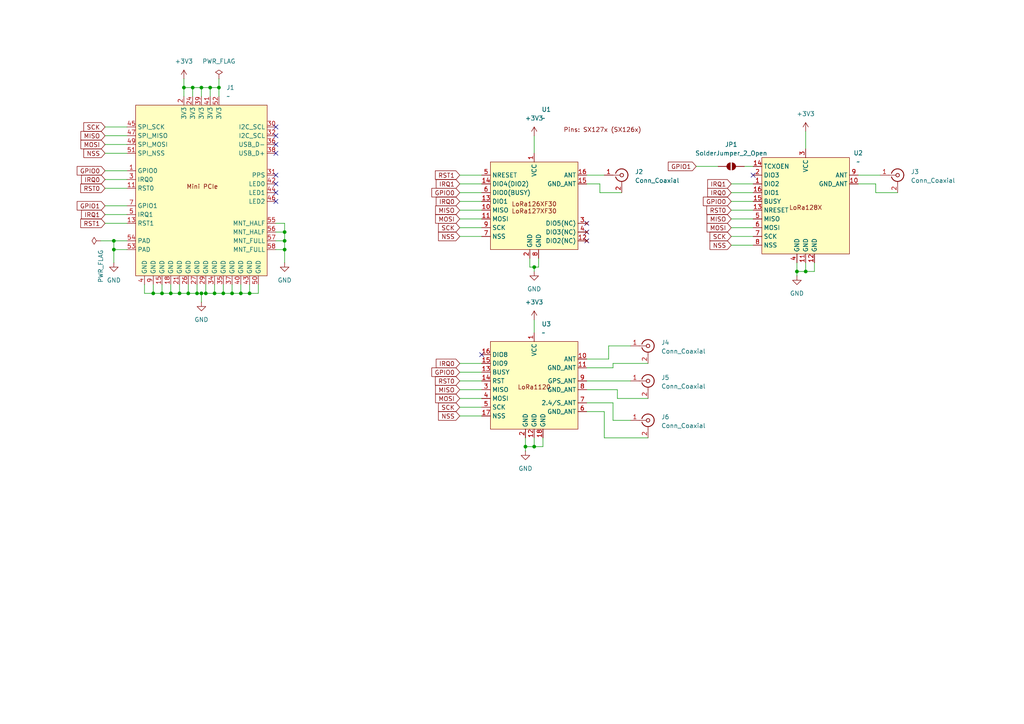
<source format=kicad_sch>
(kicad_sch (version 20250114) (generator "eeschema") (generator_version "9.0")
  (paper "A4")
  (lib_symbols
    (symbol "Connector:Conn_Coaxial" (pin_names (offset 1.016) (hide yes))
      (property "Reference" "J" (at 0.254 3.048 0))
      (property "Value" "Conn_Coaxial" (at 2.921 0 90))
      (symbol "Conn_Coaxial_0_1"
        (polyline (pts (xy -2.54 0) (xy -0.508 0)))
        (arc (start 1.778 0) (mid 0.222 -1.8079) (end -1.778 -0.508) (stroke (width 0.254)))
        (arc (start -1.778 0.508) (mid 0.2221 1.8084) (end 1.778 0) (stroke (width 0.254)))
        (circle (center 0 0) (radius 0.508) (stroke (width 0.2032)))
        (polyline (pts (xy 0 -2.54) (xy 0 -1.778)))
      )
      (symbol "Conn_Coaxial_1_1"
        (pin passive line (at -5.08 0 0) (length 2.54) (name "In") (number "1"))
        (pin passive line (at 0 -5.08 90) (length 2.54) (name "Ext") (number "2"))
      )
    )
    (symbol "Jumper:SolderJumper_2_Open" (pin_numbers (hide yes)) (pin_names (offset 0) (hide yes)) (in_bom no)
      (property "Reference" "JP" (at 0 2.032 0))
      (property "Value" "SolderJumper_2_Open" (at 0 -2.54 0))
      (symbol "SolderJumper_2_Open_0_1"
        (polyline (pts (xy -0.254 1.016) (xy -0.254 -1.016)))
        (arc (start -0.254 -1.016) (mid -1.2656 0) (end -0.254 1.016))
        (arc (start -0.254 -1.016) (mid -1.2656 0) (end -0.254 1.016) (fill (type outline)))
        (arc (start 0.254 1.016) (mid 1.2656 0) (end 0.254 -1.016))
        (arc (start 0.254 1.016) (mid 1.2656 0) (end 0.254 -1.016) (fill (type outline)))
        (polyline (pts (xy 0.254 1.016) (xy 0.254 -1.016)))
      )
      (symbol "SolderJumper_2_Open_1_1"
        (pin passive line (at -3.81 0 0) (length 2.54) (name "A") (number "1"))
        (pin passive line (at 3.81 0 180) (length 2.54) (name "B") (number "2"))
      )
    )
    (symbol "RadioHAT:LoRa1120"
      (property "Reference" "U" (at 0 2.032 0))
      (symbol "LoRa1120_1_1"
        (rectangle (start -12.7 12.7) (end 12.7 -12.7) (fill (type background)))
        (text "LoRa1120" (at 0 -0.508 0) (effects (font (size 1.27 1.27))))
        (pin bidirectional line (at -15.24 8.89 0) (length 2.54) (name "DIO8") (number "16"))
        (pin bidirectional line (at -15.24 6.35 0) (length 2.54) (name "DIO9") (number "15"))
        (pin tri_state line (at -15.24 3.81 0) (length 2.54) (name "BUSY") (number "13"))
        (pin input line (at -15.24 1.27 0) (length 2.54) (name "RST") (number "14"))
        (pin tri_state line (at -15.24 -1.27 0) (length 2.54) (name "MISO") (number "3"))
        (pin input line (at -15.24 -3.81 0) (length 2.54) (name "MOSI") (number "4"))
        (pin input line (at -15.24 -6.35 0) (length 2.54) (name "SCK") (number "5"))
        (pin input line (at -15.24 -8.89 0) (length 2.54) (name "NSS") (number "17"))
        (pin power_in line (at -2.54 -15.24 90) (length 2.54) (name "GND") (number "2"))
        (pin power_in line (at 0 15.24 270) (length 2.54) (name "VCC") (number "1"))
        (pin power_in line (at 0 -15.24 90) (length 2.54) (name "GND") (number "12"))
        (pin power_in line (at 2.54 -15.24 90) (length 2.54) (name "GND") (number "18"))
        (pin bidirectional line (at 15.24 7.62 180) (length 2.54) (name "ANT") (number "10"))
        (pin bidirectional line (at 15.24 5.08 180) (length 2.54) (name "GND_ANT") (number "11"))
        (pin bidirectional line (at 15.24 1.27 180) (length 2.54) (name "GPS_ANT") (number "9"))
        (pin bidirectional line (at 15.24 -1.27 180) (length 2.54) (name "GND_ANT") (number "8"))
        (pin bidirectional line (at 15.24 -5.08 180) (length 2.54) (name "2.4/S_ANT") (number "7"))
        (pin bidirectional line (at 15.24 -7.62 180) (length 2.54) (name "GND_ANT") (number "6"))
      )
    )
    (symbol "RadioHAT:LoRa128X"
      (property "Reference" "U" (at 0 2.032 0))
      (symbol "LoRa128X_1_1"
        (rectangle (start -12.7 13.97) (end 12.7 -13.97) (fill (type background)))
        (text "LoRa128X" (at 0 -0.508 0) (effects (font (size 1.27 1.27))))
        (pin input line (at -15.24 11.43 0) (length 2.54) (name "TCXOEN") (number "14"))
        (pin bidirectional line (at -15.24 8.89 0) (length 2.54) (name "DIO3") (number "2"))
        (pin bidirectional line (at -15.24 6.35 0) (length 2.54) (name "DIO2") (number "1"))
        (pin bidirectional line (at -15.24 3.81 0) (length 2.54) (name "DIO1") (number "16"))
        (pin tri_state line (at -15.24 1.27 0) (length 2.54) (name "BUSY") (number "15"))
        (pin input line (at -15.24 -1.27 0) (length 2.54) (name "NRESET") (number "13"))
        (pin tri_state line (at -15.24 -3.81 0) (length 2.54) (name "MISO") (number "5"))
        (pin input line (at -15.24 -6.35 0) (length 2.54) (name "MOSI") (number "6"))
        (pin input line (at -15.24 -8.89 0) (length 2.54) (name "SCK") (number "7"))
        (pin input line (at -15.24 -11.43 0) (length 2.54) (name "NSS") (number "8"))
        (pin power_in line (at -2.54 -16.51 90) (length 2.54) (name "GND") (number "4"))
        (pin power_in line (at 0 16.51 270) (length 2.54) (name "VCC") (number "3"))
        (pin power_in line (at 0 -16.51 90) (length 2.54) (name "GND") (number "11"))
        (pin power_in line (at 2.54 -16.51 90) (length 2.54) (name "GND") (number "12"))
        (pin bidirectional line (at 15.24 8.89 180) (length 2.54) (name "ANT") (number "9"))
        (pin bidirectional line (at 15.24 6.35 180) (length 2.54) (name "GND_ANT") (number "10"))
      )
    )
    (symbol "RadioHAT:LoRa12XXF30"
      (property "Reference" "U" (at 0 2.032 0))
      (symbol "LoRa12XXF30_1_1"
        (rectangle (start -12.7 12.7) (end 12.7 -12.7) (fill (type background)))
        (text "LoRa126XF30\nLoRa127XF30" (at 0 -0.508 0) (effects (font (size 1.27 1.27))))
        (text "Pins: SX127x (SX126x)" (at 19.812 22.098 0) (effects (font (size 1.27 1.27))))
        (pin input line (at -15.24 8.89 0) (length 2.54) (name "NRESET") (number "5"))
        (pin bidirectional line (at -15.24 6.35 0) (length 2.54) (name "DIO4(DIO2)") (number "14"))
        (pin tri_state line (at -15.24 3.81 0) (length 2.54) (name "DIO0(BUSY)") (number "6"))
        (pin bidirectional line (at -15.24 1.27 0) (length 2.54) (name "DIO1") (number "13"))
        (pin tri_state line (at -15.24 -1.27 0) (length 2.54) (name "MISO") (number "10"))
        (pin input line (at -15.24 -3.81 0) (length 2.54) (name "MOSI") (number "11"))
        (pin input line (at -15.24 -6.35 0) (length 2.54) (name "SCK") (number "9"))
        (pin input line (at -15.24 -8.89 0) (length 2.54) (name "NSS") (number "7"))
        (pin power_in line (at -1.27 -15.24 90) (length 2.54) (name "GND") (number "2"))
        (pin power_in line (at 0 15.24 270) (length 2.54) (name "VCC") (number "1"))
        (pin power_in line (at 1.27 -15.24 90) (length 2.54) (name "GND") (number "8"))
        (pin bidirectional line (at 15.24 8.89 180) (length 2.54) (name "ANT") (number "16"))
        (pin bidirectional line (at 15.24 6.35 180) (length 2.54) (name "GND_ANT") (number "15"))
        (pin no_connect line (at 15.24 -5.08 180) (length 2.54) (name "DIO5(NC)") (number "3"))
        (pin no_connect line (at 15.24 -7.62 180) (length 2.54) (name "DIO3(NC)") (number "4"))
        (pin no_connect line (at 15.24 -10.16 180) (length 2.54) (name "DIO2(NC)") (number "12"))
      )
    )
    (symbol "RadioHAT:Mini_PCIe"
      (property "Reference" "J" (at -19.304 28.448 0))
      (symbol "Mini_PCIe_1_1"
        (rectangle (start -19.05 24.13) (end 19.05 -25.4) (fill (type background)))
        (text "Mini PCIe" (at 0.254 0.508 0) (effects (font (size 1.27 1.27))))
        (pin bidirectional line (at -21.59 17.78 0) (length 2.54) (name "SPI_SCK") (number "45"))
        (pin bidirectional line (at -21.59 15.24 0) (length 2.54) (name "SPI_MISO") (number "47"))
        (pin bidirectional line (at -21.59 12.7 0) (length 2.54) (name "SPI_MOSI") (number "49"))
        (pin bidirectional line (at -21.59 10.16 0) (length 2.54) (name "SPI_NSS") (number "51"))
        (pin bidirectional line (at -21.59 5.08 0) (length 2.54) (name "GPIO0") (number "1"))
        (pin bidirectional line (at -21.59 2.54 0) (length 2.54) (name "IRQ0") (number "3"))
        (pin bidirectional line (at -21.59 0 0) (length 2.54) (name "RST0") (number "11"))
        (pin bidirectional line (at -21.59 -5.08 0) (length 2.54) (name "GPIO1") (number "7"))
        (pin bidirectional line (at -21.59 -7.62 0) (length 2.54) (name "IRQ1") (number "5"))
        (pin bidirectional line (at -21.59 -10.16 0) (length 2.54) (name "RST1") (number "13"))
        (pin free line (at -21.59 -15.24 0) (length 2.54) (name "PAD") (number "54"))
        (pin free line (at -21.59 -17.78 0) (length 2.54) (name "PAD") (number "53"))
        (pin power_in line (at -16.51 -27.94 90) (length 2.54) (name "GND") (number "4"))
        (pin power_in line (at -13.97 -27.94 90) (length 2.54) (name "GND") (number "9"))
        (pin power_in line (at -11.43 -27.94 90) (length 2.54) (name "GND") (number "15"))
        (pin power_in line (at -8.89 -27.94 90) (length 2.54) (name "GND") (number "18"))
        (pin power_in line (at -6.35 -27.94 90) (length 2.54) (name "GND") (number "21"))
        (pin power_in line (at -5.08 26.67 270) (length 2.54) (name "3V3") (number "2"))
        (pin power_in line (at -3.81 -27.94 90) (length 2.54) (name "GND") (number "26"))
        (pin power_in line (at -2.54 26.67 270) (length 2.54) (name "3V3") (number "24"))
        (pin power_in line (at -1.27 -27.94 90) (length 2.54) (name "GND") (number "27"))
        (pin power_in line (at 0 26.67 270) (length 2.54) (name "3V3") (number "39"))
        (pin power_in line (at 1.27 -27.94 90) (length 2.54) (name "GND") (number "29"))
        (pin power_in line (at 2.54 26.67 270) (length 2.54) (name "3V3") (number "41"))
        (pin power_in line (at 3.81 -27.94 90) (length 2.54) (name "GND") (number "34"))
        (pin power_in line (at 5.08 26.67 270) (length 2.54) (name "3V3") (number "52"))
        (pin power_in line (at 6.35 -27.94 90) (length 2.54) (name "GND") (number "35"))
        (pin power_in line (at 8.89 -27.94 90) (length 2.54) (name "GND") (number "37"))
        (pin power_in line (at 11.43 -27.94 90) (length 2.54) (name "GND") (number "40"))
        (pin power_in line (at 13.97 -27.94 90) (length 2.54) (name "GND") (number "43"))
        (pin power_in line (at 16.51 -27.94 90) (length 2.54) (name "GND") (number "50"))
        (pin bidirectional line (at 21.59 17.78 180) (length 2.54) (name "I2C_SCL") (number "30"))
        (pin bidirectional line (at 21.59 15.24 180) (length 2.54) (name "I2C_SCL") (number "32"))
        (pin bidirectional line (at 21.59 12.7 180) (length 2.54) (name "USB_D-") (number "36"))
        (pin bidirectional line (at 21.59 10.16 180) (length 2.54) (name "USB_D+") (number "38"))
        (pin bidirectional line (at 21.59 3.81 180) (length 2.54) (name "PPS") (number "31"))
        (pin bidirectional line (at 21.59 1.27 180) (length 2.54) (name "LED0") (number "42"))
        (pin bidirectional line (at 21.59 -1.27 180) (length 2.54) (name "LED1") (number "44"))
        (pin bidirectional line (at 21.59 -3.81 180) (length 2.54) (name "LED2") (number "46"))
        (pin free line (at 21.59 -10.16 180) (length 2.54) (name "MNT_HALF") (number "55"))
        (pin free line (at 21.59 -12.7 180) (length 2.54) (name "MNT_HALF") (number "56"))
        (pin free line (at 21.59 -15.24 180) (length 2.54) (name "MNT_FULL") (number "57"))
        (pin free line (at 21.59 -17.78 180) (length 2.54) (name "MNT_FULL") (number "58"))
      )
    )
    (symbol "power:+3V3" (power) (pin_numbers (hide yes)) (pin_names (offset 0) (hide yes))
      (property "Value" "+3V3" (at 0 3.556 0))
      (symbol "+3V3_0_1"
        (polyline (pts (xy -0.762 1.27) (xy 0 2.54)))
        (polyline (pts (xy 0 2.54) (xy 0.762 1.27)))
        (polyline (pts (xy 0 0) (xy 0 2.54)))
      )
      (symbol "+3V3_1_1"
        (pin power_in line (at 0 0 90) (length 0) (name "~") (number "1"))
      )
    )
    (symbol "power:GND" (power) (pin_numbers (hide yes)) (pin_names (offset 0) (hide yes))
      (property "Value" "GND" (at 0 -3.81 0))
      (symbol "GND_0_1"
        (polyline (pts (xy 0 0) (xy 0 -1.27) (xy 1.27 -1.27) (xy 0 -2.54) (xy -1.27 -1.27) (xy 0 -1.27)))
      )
      (symbol "GND_1_1"
        (pin power_in line (at 0 0 270) (length 0) (name "~") (number "1"))
      )
    )
    (symbol "power:PWR_FLAG" (power) (pin_numbers (hide yes)) (pin_names (offset 0) (hide yes))
      (property "Value" "PWR_FLAG" (at 0 3.81 0))
      (symbol "PWR_FLAG_0_0"
        (pin power_out line (at 0 0 90) (length 0) (name "~") (number "1"))
      )
      (symbol "PWR_FLAG_0_1"
        (polyline (pts (xy 0 0) (xy 0 1.27) (xy -1.016 1.905) (xy 0 2.54) (xy 1.016 1.905) (xy 0 1.27)))
      )
    )
  )
  (junction (at 46.99 85.09))
  (junction (at 154.94 129.54))
  (junction (at 63.5 25.4))
  (junction (at 52.07 85.09))
  (junction (at 57.15 85.09))
  (junction (at 62.23 85.09))
  (junction (at 54.61 85.09))
  (junction (at 53.34 25.4))
  (junction (at 231.14 78.74))
  (junction (at 67.31 85.09))
  (junction (at 60.96 25.4))
  (junction (at 152.4 129.54))
  (junction (at 33.02 69.85))
  (junction (at 82.55 72.39))
  (junction (at 154.94 77.47))
  (junction (at 64.77 85.09))
  (junction (at 59.69 85.09))
  (junction (at 58.42 85.09))
  (junction (at 72.39 85.09))
  (junction (at 82.55 69.85))
  (junction (at 233.68 78.74))
  (junction (at 44.45 85.09))
  (junction (at 69.85 85.09))
  (junction (at 58.42 25.4))
  (junction (at 33.02 72.39))
  (junction (at 49.53 85.09))
  (junction (at 82.55 67.31))
  (junction (at 55.88 25.4))
  (no_connect (at 80.01 39.37))
  (no_connect (at 218.44 50.8))
  (no_connect (at 80.01 50.8))
  (no_connect (at 80.01 41.91))
  (no_connect (at 170.18 64.77))
  (no_connect (at 80.01 36.83))
  (no_connect (at 80.01 44.45))
  (no_connect (at 80.01 53.34))
  (no_connect (at 139.7 102.87))
  (no_connect (at 170.18 67.31))
  (no_connect (at 80.01 58.42))
  (no_connect (at 80.01 55.88))
  (no_connect (at 170.18 69.85))
  (wire (pts (xy 248.92 53.34) (xy 254 53.34)))
  (wire (pts (xy 170.18 116.84) (xy 177.8 116.84)))
  (wire (pts (xy 52.07 85.09) (xy 54.61 85.09)))
  (wire (pts (xy 59.69 85.09) (xy 62.23 85.09)))
  (wire (pts (xy 201.93 48.26) (xy 208.28 48.26)))
  (wire (pts (xy 44.45 82.55) (xy 44.45 85.09)))
  (wire (pts (xy 175.26 119.38) (xy 175.26 127)))
  (wire (pts (xy 133.35 120.65) (xy 139.7 120.65)))
  (wire (pts (xy 30.48 49.53) (xy 36.83 49.53)))
  (wire (pts (xy 55.88 25.4) (xy 58.42 25.4)))
  (wire (pts (xy 212.09 60.96) (xy 218.44 60.96)))
  (wire (pts (xy 63.5 22.86) (xy 63.5 25.4)))
  (wire (pts (xy 133.35 105.41) (xy 139.7 105.41)))
  (wire (pts (xy 248.92 50.8) (xy 255.27 50.8)))
  (wire (pts (xy 67.31 85.09) (xy 69.85 85.09)))
  (wire (pts (xy 154.94 127) (xy 154.94 129.54)))
  (wire (pts (xy 67.31 82.55) (xy 67.31 85.09)))
  (wire (pts (xy 154.94 39.37) (xy 154.94 44.45)))
  (wire (pts (xy 212.09 58.42) (xy 218.44 58.42)))
  (wire (pts (xy 231.14 76.2) (xy 231.14 78.74)))
  (wire (pts (xy 133.35 115.57) (xy 139.7 115.57)))
  (wire (pts (xy 212.09 53.34) (xy 218.44 53.34)))
  (wire (pts (xy 52.07 82.55) (xy 52.07 85.09)))
  (wire (pts (xy 177.8 121.92) (xy 182.88 121.92)))
  (wire (pts (xy 29.21 69.85) (xy 33.02 69.85)))
  (wire (pts (xy 170.18 110.49) (xy 182.88 110.49)))
  (wire (pts (xy 49.53 85.09) (xy 52.07 85.09)))
  (wire (pts (xy 30.48 54.61) (xy 36.83 54.61)))
  (wire (pts (xy 33.02 72.39) (xy 33.02 76.2)))
  (wire (pts (xy 69.85 85.09) (xy 72.39 85.09)))
  (wire (pts (xy 133.35 60.96) (xy 139.7 60.96)))
  (wire (pts (xy 180.34 55.88) (xy 173.99 55.88)))
  (wire (pts (xy 33.02 72.39) (xy 36.83 72.39)))
  (wire (pts (xy 33.02 69.85) (xy 33.02 72.39)))
  (wire (pts (xy 72.39 85.09) (xy 74.93 85.09)))
  (wire (pts (xy 30.48 59.69) (xy 36.83 59.69)))
  (wire (pts (xy 54.61 85.09) (xy 57.15 85.09)))
  (wire (pts (xy 170.18 104.14) (xy 176.53 104.14)))
  (wire (pts (xy 30.48 52.07) (xy 36.83 52.07)))
  (wire (pts (xy 154.94 77.47) (xy 154.94 78.74)))
  (wire (pts (xy 177.8 105.41) (xy 187.96 105.41)))
  (wire (pts (xy 53.34 27.94) (xy 53.34 25.4)))
  (wire (pts (xy 133.35 53.34) (xy 139.7 53.34)))
  (wire (pts (xy 30.48 36.83) (xy 36.83 36.83)))
  (wire (pts (xy 173.99 55.88) (xy 173.99 53.34)))
  (wire (pts (xy 36.83 69.85) (xy 33.02 69.85)))
  (wire (pts (xy 236.22 76.2) (xy 236.22 78.74)))
  (wire (pts (xy 157.48 129.54) (xy 154.94 129.54)))
  (wire (pts (xy 53.34 25.4) (xy 55.88 25.4)))
  (wire (pts (xy 170.18 50.8) (xy 175.26 50.8)))
  (wire (pts (xy 152.4 127) (xy 152.4 129.54)))
  (wire (pts (xy 153.67 74.93) (xy 153.67 77.47)))
  (wire (pts (xy 133.35 107.95) (xy 139.7 107.95)))
  (wire (pts (xy 133.35 110.49) (xy 139.7 110.49)))
  (wire (pts (xy 30.48 64.77) (xy 36.83 64.77)))
  (wire (pts (xy 80.01 64.77) (xy 82.55 64.77)))
  (wire (pts (xy 170.18 119.38) (xy 175.26 119.38)))
  (wire (pts (xy 233.68 38.1) (xy 233.68 43.18)))
  (wire (pts (xy 133.35 63.5) (xy 139.7 63.5)))
  (wire (pts (xy 53.34 22.86) (xy 53.34 25.4)))
  (wire (pts (xy 82.55 69.85) (xy 82.55 72.39)))
  (wire (pts (xy 60.96 25.4) (xy 60.96 27.94)))
  (wire (pts (xy 82.55 67.31) (xy 82.55 69.85)))
  (wire (pts (xy 64.77 82.55) (xy 64.77 85.09)))
  (wire (pts (xy 133.35 113.03) (xy 139.7 113.03)))
  (wire (pts (xy 212.09 55.88) (xy 218.44 55.88)))
  (wire (pts (xy 58.42 25.4) (xy 60.96 25.4)))
  (wire (pts (xy 212.09 66.04) (xy 218.44 66.04)))
  (wire (pts (xy 153.67 77.47) (xy 154.94 77.47)))
  (wire (pts (xy 170.18 113.03) (xy 179.07 113.03)))
  (wire (pts (xy 69.85 82.55) (xy 69.85 85.09)))
  (wire (pts (xy 80.01 72.39) (xy 82.55 72.39)))
  (wire (pts (xy 57.15 82.55) (xy 57.15 85.09)))
  (wire (pts (xy 152.4 129.54) (xy 152.4 130.81)))
  (wire (pts (xy 82.55 64.77) (xy 82.55 67.31)))
  (wire (pts (xy 212.09 71.12) (xy 218.44 71.12)))
  (wire (pts (xy 231.14 78.74) (xy 233.68 78.74)))
  (wire (pts (xy 175.26 127) (xy 187.96 127)))
  (wire (pts (xy 133.35 55.88) (xy 139.7 55.88)))
  (wire (pts (xy 60.96 25.4) (xy 63.5 25.4)))
  (wire (pts (xy 55.88 25.4) (xy 55.88 27.94)))
  (wire (pts (xy 179.07 115.57) (xy 187.96 115.57)))
  (wire (pts (xy 44.45 85.09) (xy 46.99 85.09)))
  (wire (pts (xy 133.35 118.11) (xy 139.7 118.11)))
  (wire (pts (xy 233.68 76.2) (xy 233.68 78.74)))
  (wire (pts (xy 154.94 92.71) (xy 154.94 96.52)))
  (wire (pts (xy 80.01 67.31) (xy 82.55 67.31)))
  (wire (pts (xy 173.99 53.34) (xy 170.18 53.34)))
  (wire (pts (xy 58.42 25.4) (xy 58.42 27.94)))
  (wire (pts (xy 58.42 85.09) (xy 58.42 87.63)))
  (wire (pts (xy 176.53 100.33) (xy 182.88 100.33)))
  (wire (pts (xy 74.93 85.09) (xy 74.93 82.55)))
  (wire (pts (xy 176.53 104.14) (xy 176.53 100.33)))
  (wire (pts (xy 156.21 74.93) (xy 156.21 77.47)))
  (wire (pts (xy 254 53.34) (xy 254 55.88)))
  (wire (pts (xy 215.9 48.26) (xy 218.44 48.26)))
  (wire (pts (xy 231.14 78.74) (xy 231.14 80.01)))
  (wire (pts (xy 179.07 113.03) (xy 179.07 115.57)))
  (wire (pts (xy 41.91 82.55) (xy 41.91 85.09)))
  (wire (pts (xy 30.48 41.91) (xy 36.83 41.91)))
  (wire (pts (xy 59.69 82.55) (xy 59.69 85.09)))
  (wire (pts (xy 49.53 82.55) (xy 49.53 85.09)))
  (wire (pts (xy 72.39 82.55) (xy 72.39 85.09)))
  (wire (pts (xy 157.48 127) (xy 157.48 129.54)))
  (wire (pts (xy 30.48 44.45) (xy 36.83 44.45)))
  (wire (pts (xy 156.21 77.47) (xy 154.94 77.47)))
  (wire (pts (xy 177.8 106.68) (xy 177.8 105.41)))
  (wire (pts (xy 133.35 66.04) (xy 139.7 66.04)))
  (wire (pts (xy 80.01 69.85) (xy 82.55 69.85)))
  (wire (pts (xy 82.55 72.39) (xy 82.55 76.2)))
  (wire (pts (xy 62.23 85.09) (xy 64.77 85.09)))
  (wire (pts (xy 133.35 50.8) (xy 139.7 50.8)))
  (wire (pts (xy 30.48 62.23) (xy 36.83 62.23)))
  (wire (pts (xy 63.5 25.4) (xy 63.5 27.94)))
  (wire (pts (xy 212.09 68.58) (xy 218.44 68.58)))
  (wire (pts (xy 58.42 85.09) (xy 59.69 85.09)))
  (wire (pts (xy 170.18 106.68) (xy 177.8 106.68)))
  (wire (pts (xy 254 55.88) (xy 260.35 55.88)))
  (wire (pts (xy 30.48 39.37) (xy 36.83 39.37)))
  (wire (pts (xy 41.91 85.09) (xy 44.45 85.09)))
  (wire (pts (xy 133.35 58.42) (xy 139.7 58.42)))
  (wire (pts (xy 154.94 129.54) (xy 152.4 129.54)))
  (wire (pts (xy 62.23 82.55) (xy 62.23 85.09)))
  (wire (pts (xy 46.99 85.09) (xy 49.53 85.09)))
  (wire (pts (xy 212.09 63.5) (xy 218.44 63.5)))
  (wire (pts (xy 57.15 85.09) (xy 58.42 85.09)))
  (wire (pts (xy 177.8 116.84) (xy 177.8 121.92)))
  (wire (pts (xy 46.99 82.55) (xy 46.99 85.09)))
  (wire (pts (xy 64.77 85.09) (xy 67.31 85.09)))
  (wire (pts (xy 233.68 78.74) (xy 236.22 78.74)))
  (wire (pts (xy 54.61 82.55) (xy 54.61 85.09)))
  (wire (pts (xy 133.35 68.58) (xy 139.7 68.58)))
  (global_label "GPIO0" (shape input) (at 133.35 55.88 180) (property "Intersheetrefs" "${INTERSHEET_REFS}" (effects (hide yes))))
  (global_label "SCK" (shape input) (at 212.09 68.58 180) (property "Intersheetrefs" "${INTERSHEET_REFS}" (effects (hide yes))))
  (global_label "GPIO0" (shape input) (at 212.09 58.42 180) (property "Intersheetrefs" "${INTERSHEET_REFS}" (effects (hide yes))))
  (global_label "RST1" (shape input) (at 30.48 64.77 180) (property "Intersheetrefs" "${INTERSHEET_REFS}" (effects (hide yes))))
  (global_label "GPIO0" (shape input) (at 133.35 107.95 180) (property "Intersheetrefs" "${INTERSHEET_REFS}" (effects (hide yes))))
  (global_label "IRQ0" (shape input) (at 133.35 105.41 180) (property "Intersheetrefs" "${INTERSHEET_REFS}" (effects (hide yes))))
  (global_label "IRQ1" (shape input) (at 212.09 53.34 180) (property "Intersheetrefs" "${INTERSHEET_REFS}" (effects (hide yes))))
  (global_label "RST0" (shape input) (at 133.35 110.49 180) (property "Intersheetrefs" "${INTERSHEET_REFS}" (effects (hide yes))))
  (global_label "SCK" (shape input) (at 30.48 36.83 180) (property "Intersheetrefs" "${INTERSHEET_REFS}" (effects (hide yes))))
  (global_label "MOSI" (shape input) (at 133.35 115.57 180) (property "Intersheetrefs" "${INTERSHEET_REFS}" (effects (hide yes))))
  (global_label "GPIO0" (shape input) (at 30.48 49.53 180) (property "Intersheetrefs" "${INTERSHEET_REFS}" (effects (hide yes))))
  (global_label "MISO" (shape input) (at 133.35 60.96 180) (property "Intersheetrefs" "${INTERSHEET_REFS}" (effects (hide yes))))
  (global_label "MOSI" (shape input) (at 30.48 41.91 180) (property "Intersheetrefs" "${INTERSHEET_REFS}" (effects (hide yes))))
  (global_label "SCK" (shape input) (at 133.35 66.04 180) (property "Intersheetrefs" "${INTERSHEET_REFS}" (effects (hide yes))))
  (global_label "MOSI" (shape input) (at 133.35 63.5 180) (property "Intersheetrefs" "${INTERSHEET_REFS}" (effects (hide yes))))
  (global_label "NSS" (shape input) (at 30.48 44.45 180) (property "Intersheetrefs" "${INTERSHEET_REFS}" (effects (hide yes))))
  (global_label "GPIO1" (shape input) (at 30.48 59.69 180) (property "Intersheetrefs" "${INTERSHEET_REFS}" (effects (hide yes))))
  (global_label "RST0" (shape input) (at 212.09 60.96 180) (property "Intersheetrefs" "${INTERSHEET_REFS}" (effects (hide yes))))
  (global_label "NSS" (shape input) (at 212.09 71.12 180) (property "Intersheetrefs" "${INTERSHEET_REFS}" (effects (hide yes))))
  (global_label "NSS" (shape input) (at 133.35 68.58 180) (property "Intersheetrefs" "${INTERSHEET_REFS}" (effects (hide yes))))
  (global_label "NSS" (shape input) (at 133.35 120.65 180) (property "Intersheetrefs" "${INTERSHEET_REFS}" (effects (hide yes))))
  (global_label "IRQ0" (shape input) (at 212.09 55.88 180) (property "Intersheetrefs" "${INTERSHEET_REFS}" (effects (hide yes))))
  (global_label "MOSI" (shape input) (at 212.09 66.04 180) (property "Intersheetrefs" "${INTERSHEET_REFS}" (effects (hide yes))))
  (global_label "GPIO1" (shape input) (at 201.93 48.26 180) (property "Intersheetrefs" "${INTERSHEET_REFS}" (effects (hide yes))))
  (global_label "IRQ1" (shape input) (at 30.48 62.23 180) (property "Intersheetrefs" "${INTERSHEET_REFS}" (effects (hide yes))))
  (global_label "SCK" (shape input) (at 133.35 118.11 180) (property "Intersheetrefs" "${INTERSHEET_REFS}" (effects (hide yes))))
  (global_label "RST0" (shape input) (at 30.48 54.61 180) (property "Intersheetrefs" "${INTERSHEET_REFS}" (effects (hide yes))))
  (global_label "IRQ0" (shape input) (at 133.35 58.42 180) (property "Intersheetrefs" "${INTERSHEET_REFS}" (effects (hide yes))))
  (global_label "MISO" (shape input) (at 133.35 113.03 180) (property "Intersheetrefs" "${INTERSHEET_REFS}" (effects (hide yes))))
  (global_label "MISO" (shape input) (at 212.09 63.5 180) (property "Intersheetrefs" "${INTERSHEET_REFS}" (effects (hide yes))))
  (global_label "MISO" (shape input) (at 30.48 39.37 180) (property "Intersheetrefs" "${INTERSHEET_REFS}" (effects (hide yes))))
  (global_label "IRQ0" (shape input) (at 30.48 52.07 180) (property "Intersheetrefs" "${INTERSHEET_REFS}" (effects (hide yes))))
  (global_label "IRQ1" (shape input) (at 133.35 53.34 180) (property "Intersheetrefs" "${INTERSHEET_REFS}" (effects (hide yes))))
  (global_label "RST1" (shape input) (at 133.35 50.8 180) (property "Intersheetrefs" "${INTERSHEET_REFS}" (effects (hide yes))))
  (symbol (lib_id "Connector:Conn_Coaxial") (at 260.35 50.8 0) (unit 1)
    (property "Reference" "J3" (at 264.16 49.8231 0) (effects (justify left)))
    (property "Value" "Conn_Coaxial" (at 264.16 52.3631 0) (effects (justify left)))
    (property "Footprint" "Connector_Coaxial:U.FL_Molex_MCRF_73412-0110_Vertical" (effects (hide yes)))
    (property "Description" "coaxial connector (BNC, SMA, SMB, SMC, Cinch/RCA, LEMO, ...)" (effects (hide yes)))
  )
  (symbol (lib_id "power:GND") (at 231.14 80.01 0) (unit 1)
    (property "Reference" "#PWR07" (effects (hide yes)))
    (property "Value" "GND" (at 231.14 85.09 0))
    (property "Description" "Power symbol creates a global label with name \"GND\" , ground" (effects (hide yes)))
  )
  (symbol (lib_id "power:+3V3") (at 53.34 22.86 0) (unit 1)
    (property "Reference" "#PWR04" (effects (hide yes)))
    (property "Value" "+3V3" (at 53.34 17.78 0))
    (property "Description" "Power symbol creates a global label with name \"+3V3\"" (effects (hide yes)))
  )
  (symbol (lib_id "power:+3V3") (at 154.94 39.37 0) (unit 1)
    (property "Reference" "#PWR08" (effects (hide yes)))
    (property "Value" "+3V3" (at 154.94 34.29 0))
    (property "Description" "Power symbol creates a global label with name \"+3V3\"" (effects (hide yes)))
  )
  (symbol (lib_id "Connector:Conn_Coaxial") (at 187.96 110.49 0) (unit 1)
    (property "Reference" "J5" (at 191.77 109.5131 0) (effects (justify left)))
    (property "Value" "Conn_Coaxial" (at 191.77 112.0531 0) (effects (justify left)))
    (property "Footprint" "Connector_Coaxial:U.FL_Molex_MCRF_73412-0110_Vertical" (effects (hide yes)))
    (property "Description" "coaxial connector (BNC, SMA, SMB, SMC, Cinch/RCA, LEMO, ...)" (effects (hide yes)))
  )
  (symbol (lib_id "power:GND") (at 152.4 130.81 0) (unit 1)
    (property "Reference" "#PWR06" (effects (hide yes)))
    (property "Value" "GND" (at 152.4 135.89 0))
    (property "Description" "Power symbol creates a global label with name \"GND\" , ground" (effects (hide yes)))
  )
  (symbol (lib_id "power:GND") (at 154.94 78.74 0) (unit 1)
    (property "Reference" "#PWR05" (effects (hide yes)))
    (property "Value" "GND" (at 154.94 83.82 0))
    (property "Description" "Power symbol creates a global label with name \"GND\" , ground" (effects (hide yes)))
  )
  (symbol (lib_id "power:GND") (at 82.55 76.2 0) (unit 1)
    (property "Reference" "#PWR03" (effects (hide yes)))
    (property "Value" "GND" (at 82.55 81.28 0))
    (property "Description" "Power symbol creates a global label with name \"GND\" , ground" (effects (hide yes)))
  )
  (symbol (lib_id "power:PWR_FLAG") (at 63.5 22.86 0) (unit 1)
    (property "Reference" "#FLG01" (effects (hide yes)))
    (property "Value" "PWR_FLAG" (at 63.5 17.78 0))
    (property "Description" "Special symbol for telling ERC where power comes from" (effects (hide yes)))
  )
  (symbol (lib_id "power:+3V3") (at 233.68 38.1 0) (unit 1)
    (property "Reference" "#PWR09" (effects (hide yes)))
    (property "Value" "+3V3" (at 233.68 33.02 0))
    (property "Description" "Power symbol creates a global label with name \"+3V3\"" (effects (hide yes)))
  )
  (symbol (lib_id "Connector:Conn_Coaxial") (at 187.96 100.33 0) (unit 1)
    (property "Reference" "J4" (at 191.77 99.3531 0) (effects (justify left)))
    (property "Value" "Conn_Coaxial" (at 191.77 101.8931 0) (effects (justify left)))
    (property "Footprint" "Connector_Coaxial:U.FL_Molex_MCRF_73412-0110_Vertical" (effects (hide yes)))
    (property "Description" "coaxial connector (BNC, SMA, SMB, SMC, Cinch/RCA, LEMO, ...)" (effects (hide yes)))
  )
  (symbol (lib_id "RadioHAT:LoRa12XXF30") (at 154.94 59.69 0) (unit 1)
    (property "Reference" "U1" (at 157.0833 31.75 0) (effects (justify left)))
    (property "Value" "~" (at 157.0833 34.29 0) (effects (justify left)))
    (property "Footprint" "RadioHAT:LoRa12XXF30" (effects (hide yes)))
  )
  (symbol (lib_id "power:GND") (at 58.42 87.63 0) (unit 1)
    (property "Reference" "#PWR01" (effects (hide yes)))
    (property "Value" "GND" (at 58.42 92.71 0))
    (property "Description" "Power symbol creates a global label with name \"GND\" , ground" (effects (hide yes)))
  )
  (symbol (lib_id "RadioHAT:LoRa128X") (at 233.68 59.69 0) (unit 1)
    (property "Reference" "U2" (at 248.92 44.3798 0))
    (property "Value" "~" (at 248.92 46.9198 0))
    (property "Footprint" "RadioHAT:LoRa128X" (effects (hide yes)))
  )
  (symbol (lib_id "RadioHAT:LoRa1120") (at 154.94 111.76 0) (unit 1)
    (property "Reference" "U3" (at 157.0833 93.98 0) (effects (justify left)))
    (property "Value" "~" (at 157.0833 96.52 0) (effects (justify left)))
    (property "Footprint" "RadioHAT:LoRa1120" (effects (hide yes)))
  )
  (symbol (lib_id "Connector:Conn_Coaxial") (at 187.96 121.92 0) (unit 1)
    (property "Reference" "J6" (at 191.77 120.9431 0) (effects (justify left)))
    (property "Value" "Conn_Coaxial" (at 191.77 123.4831 0) (effects (justify left)))
    (property "Footprint" "Connector_Coaxial:U.FL_Molex_MCRF_73412-0110_Vertical" (effects (hide yes)))
    (property "Description" "coaxial connector (BNC, SMA, SMB, SMC, Cinch/RCA, LEMO, ...)" (effects (hide yes)))
  )
  (symbol (lib_id "power:PWR_FLAG") (at 29.21 69.85 90) (unit 1)
    (property "Reference" "#FLG02" (effects (hide yes)))
    (property "Value" "PWR_FLAG" (at 29.21 77.216 0))
    (property "Description" "Special symbol for telling ERC where power comes from" (effects (hide yes)))
  )
  (symbol (lib_id "Jumper:SolderJumper_2_Open") (at 212.09 48.26 0) (unit 1) (in_bom no)
    (property "Reference" "JP1" (at 212.09 41.91 0))
    (property "Value" "SolderJumper_2_Open" (at 212.09 44.45 0))
    (property "Description" "Solder Jumper, 2-pole, open" (effects (hide yes)))
  )
  (symbol (lib_id "Connector:Conn_Coaxial") (at 180.34 50.8 0) (unit 1)
    (property "Reference" "J2" (at 184.15 49.8231 0) (effects (justify left)))
    (property "Value" "Conn_Coaxial" (at 184.15 52.3631 0) (effects (justify left)))
    (property "Footprint" "Connector_Coaxial:U.FL_Molex_MCRF_73412-0110_Vertical" (effects (hide yes)))
    (property "Description" "coaxial connector (BNC, SMA, SMB, SMC, Cinch/RCA, LEMO, ...)" (effects (hide yes)))
  )
  (symbol (lib_id "power:+3V3") (at 154.94 92.71 0) (unit 1)
    (property "Reference" "#PWR010" (effects (hide yes)))
    (property "Value" "+3V3" (at 154.94 87.63 0))
    (property "Description" "Power symbol creates a global label with name \"+3V3\"" (effects (hide yes)))
  )
  (symbol (lib_id "power:GND") (at 33.02 76.2 0) (unit 1)
    (property "Reference" "#PWR02" (effects (hide yes)))
    (property "Value" "GND" (at 33.02 81.28 0))
    (property "Description" "Power symbol creates a global label with name \"GND\" , ground" (effects (hide yes)))
  )
  (symbol (lib_id "RadioHAT:Mini_PCIe") (at 58.42 54.61 0) (unit 1)
    (property "Reference" "J1" (at 65.6433 25.4 0) (effects (justify left)))
    (property "Value" "~" (at 65.6433 27.94 0) (effects (justify left)))
    (property "Footprint" "RadioHAT:Mini_PCIe_Full" (effects (hide yes)))
  )
)
</source>
